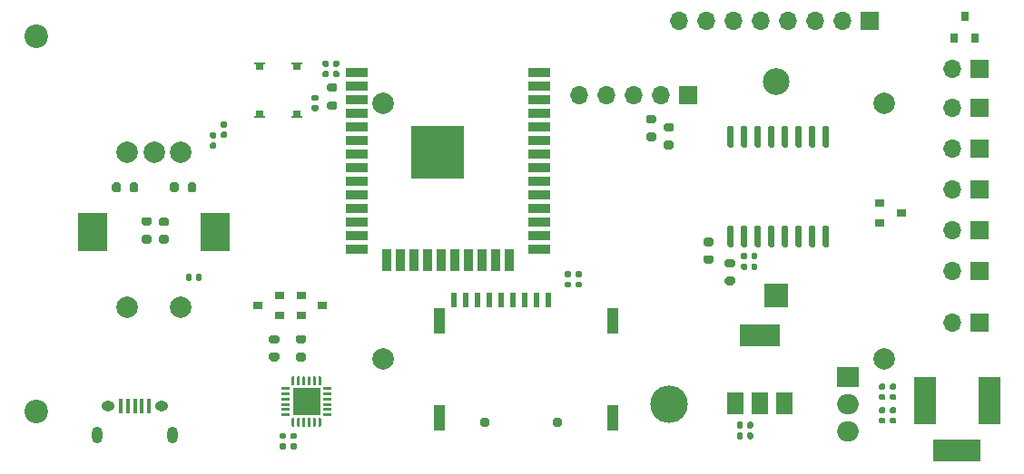
<source format=gbr>
%TF.GenerationSoftware,KiCad,Pcbnew,(5.1.8)-1*%
%TF.CreationDate,2021-03-10T15:17:51+00:00*%
%TF.ProjectId,Project_2_smaller,50726f6a-6563-4745-9f32-5f736d616c6c,rev?*%
%TF.SameCoordinates,Original*%
%TF.FileFunction,Soldermask,Top*%
%TF.FilePolarity,Negative*%
%FSLAX46Y46*%
G04 Gerber Fmt 4.6, Leading zero omitted, Abs format (unit mm)*
G04 Created by KiCad (PCBNEW (5.1.8)-1) date 2021-03-10 15:17:51*
%MOMM*%
%LPD*%
G01*
G04 APERTURE LIST*
%ADD10C,2.200000*%
%ADD11O,1.000000X1.550000*%
%ADD12O,1.250000X0.950000*%
%ADD13R,0.400000X1.350000*%
%ADD14R,4.500000X2.000000*%
%ADD15R,2.000000X4.500000*%
%ADD16O,1.700000X1.700000*%
%ADD17R,1.700000X1.700000*%
%ADD18C,2.000000*%
%ADD19R,0.620000X1.400000*%
%ADD20C,0.950000*%
%ADD21R,1.100000X2.400000*%
%ADD22R,2.170000X2.170000*%
%ADD23C,2.500000*%
%ADD24R,0.900000X0.800000*%
%ADD25R,0.800000X0.900000*%
%ADD26R,2.800000X3.600000*%
%ADD27R,0.700000X0.500000*%
%ADD28R,1.100000X0.200000*%
%ADD29R,2.000000X0.900000*%
%ADD30R,0.900000X2.000000*%
%ADD31R,5.000000X5.000000*%
%ADD32O,3.500000X3.500000*%
%ADD33R,2.000000X1.905000*%
%ADD34O,2.000000X1.905000*%
%ADD35R,2.600000X2.600000*%
%ADD36R,3.800000X2.000000*%
%ADD37R,1.500000X2.000000*%
G04 APERTURE END LIST*
D10*
%TO.C,REF\u002A\u002A*%
X107500000Y-135000000D03*
%TD*%
%TO.C,REF\u002A\u002A*%
X107500000Y-100000000D03*
%TD*%
D11*
%TO.C,J1*%
X120200000Y-137200000D03*
X113200000Y-137200000D03*
D12*
X114200000Y-134500000D03*
X119200000Y-134500000D03*
D13*
X115400000Y-134500000D03*
X116050000Y-134500000D03*
X118000000Y-134500000D03*
X117350000Y-134500000D03*
X116700000Y-134500000D03*
%TD*%
D14*
%TO.C,J2*%
X193400000Y-138700000D03*
D15*
X190400000Y-134000000D03*
X196400000Y-134000000D03*
%TD*%
D16*
%TO.C,J13*%
X158120000Y-105500000D03*
X160660000Y-105500000D03*
X163200000Y-105500000D03*
X165740000Y-105500000D03*
D17*
X168280000Y-105500000D03*
D18*
X139832000Y-106262000D03*
X186568000Y-106262000D03*
X186568000Y-130138000D03*
X139832000Y-130138000D03*
%TD*%
D19*
%TO.C,J3*%
X155280000Y-124580000D03*
X154180000Y-124580000D03*
X153080000Y-124580000D03*
X151980000Y-124580000D03*
X150880000Y-124580000D03*
X149780000Y-124580000D03*
X148680000Y-124580000D03*
X147580000Y-124580000D03*
X146480000Y-124580000D03*
D20*
X149300000Y-136000000D03*
X156100000Y-136000000D03*
D21*
X145100000Y-135580000D03*
X145100000Y-126580000D03*
X161250000Y-126580000D03*
X161250000Y-135580000D03*
%TD*%
%TO.C,R7*%
G36*
G01*
X132475000Y-128675000D02*
X131925000Y-128675000D01*
G75*
G02*
X131725000Y-128475000I0J200000D01*
G01*
X131725000Y-128075000D01*
G75*
G02*
X131925000Y-127875000I200000J0D01*
G01*
X132475000Y-127875000D01*
G75*
G02*
X132675000Y-128075000I0J-200000D01*
G01*
X132675000Y-128475000D01*
G75*
G02*
X132475000Y-128675000I-200000J0D01*
G01*
G37*
G36*
G01*
X132475000Y-130325000D02*
X131925000Y-130325000D01*
G75*
G02*
X131725000Y-130125000I0J200000D01*
G01*
X131725000Y-129725000D01*
G75*
G02*
X131925000Y-129525000I200000J0D01*
G01*
X132475000Y-129525000D01*
G75*
G02*
X132675000Y-129725000I0J-200000D01*
G01*
X132675000Y-130125000D01*
G75*
G02*
X132475000Y-130325000I-200000J0D01*
G01*
G37*
%TD*%
D22*
%TO.C,BT1*%
X176500000Y-124200000D03*
D23*
X176500000Y-104200000D03*
%TD*%
%TO.C,C1*%
G36*
G01*
X134670000Y-102814999D02*
X134330000Y-102814999D01*
G75*
G02*
X134190000Y-102674999I0J140000D01*
G01*
X134190000Y-102394999D01*
G75*
G02*
X134330000Y-102254999I140000J0D01*
G01*
X134670000Y-102254999D01*
G75*
G02*
X134810000Y-102394999I0J-140000D01*
G01*
X134810000Y-102674999D01*
G75*
G02*
X134670000Y-102814999I-140000J0D01*
G01*
G37*
G36*
G01*
X134670000Y-103774999D02*
X134330000Y-103774999D01*
G75*
G02*
X134190000Y-103634999I0J140000D01*
G01*
X134190000Y-103354999D01*
G75*
G02*
X134330000Y-103214999I140000J0D01*
G01*
X134670000Y-103214999D01*
G75*
G02*
X134810000Y-103354999I0J-140000D01*
G01*
X134810000Y-103634999D01*
G75*
G02*
X134670000Y-103774999I-140000J0D01*
G01*
G37*
%TD*%
%TO.C,C2*%
G36*
G01*
X135645001Y-102814999D02*
X135305001Y-102814999D01*
G75*
G02*
X135165001Y-102674999I0J140000D01*
G01*
X135165001Y-102394999D01*
G75*
G02*
X135305001Y-102254999I140000J0D01*
G01*
X135645001Y-102254999D01*
G75*
G02*
X135785001Y-102394999I0J-140000D01*
G01*
X135785001Y-102674999D01*
G75*
G02*
X135645001Y-102814999I-140000J0D01*
G01*
G37*
G36*
G01*
X135645001Y-103774999D02*
X135305001Y-103774999D01*
G75*
G02*
X135165001Y-103634999I0J140000D01*
G01*
X135165001Y-103354999D01*
G75*
G02*
X135305001Y-103214999I140000J0D01*
G01*
X135645001Y-103214999D01*
G75*
G02*
X135785001Y-103354999I0J-140000D01*
G01*
X135785001Y-103634999D01*
G75*
G02*
X135645001Y-103774999I-140000J0D01*
G01*
G37*
%TD*%
%TO.C,C3*%
G36*
G01*
X133670000Y-106000000D02*
X133330000Y-106000000D01*
G75*
G02*
X133190000Y-105860000I0J140000D01*
G01*
X133190000Y-105580000D01*
G75*
G02*
X133330000Y-105440000I140000J0D01*
G01*
X133670000Y-105440000D01*
G75*
G02*
X133810000Y-105580000I0J-140000D01*
G01*
X133810000Y-105860000D01*
G75*
G02*
X133670000Y-106000000I-140000J0D01*
G01*
G37*
G36*
G01*
X133670000Y-106960000D02*
X133330000Y-106960000D01*
G75*
G02*
X133190000Y-106820000I0J140000D01*
G01*
X133190000Y-106540000D01*
G75*
G02*
X133330000Y-106400000I140000J0D01*
G01*
X133670000Y-106400000D01*
G75*
G02*
X133810000Y-106540000I0J-140000D01*
G01*
X133810000Y-106820000D01*
G75*
G02*
X133670000Y-106960000I-140000J0D01*
G01*
G37*
%TD*%
%TO.C,C4*%
G36*
G01*
X131330000Y-137040000D02*
X131670000Y-137040000D01*
G75*
G02*
X131810000Y-137180000I0J-140000D01*
G01*
X131810000Y-137460000D01*
G75*
G02*
X131670000Y-137600000I-140000J0D01*
G01*
X131330000Y-137600000D01*
G75*
G02*
X131190000Y-137460000I0J140000D01*
G01*
X131190000Y-137180000D01*
G75*
G02*
X131330000Y-137040000I140000J0D01*
G01*
G37*
G36*
G01*
X131330000Y-138000000D02*
X131670000Y-138000000D01*
G75*
G02*
X131810000Y-138140000I0J-140000D01*
G01*
X131810000Y-138420000D01*
G75*
G02*
X131670000Y-138560000I-140000J0D01*
G01*
X131330000Y-138560000D01*
G75*
G02*
X131190000Y-138420000I0J140000D01*
G01*
X131190000Y-138140000D01*
G75*
G02*
X131330000Y-138000000I140000J0D01*
G01*
G37*
%TD*%
%TO.C,C5*%
G36*
G01*
X173240000Y-120670000D02*
X173240000Y-120330000D01*
G75*
G02*
X173380000Y-120190000I140000J0D01*
G01*
X173660000Y-120190000D01*
G75*
G02*
X173800000Y-120330000I0J-140000D01*
G01*
X173800000Y-120670000D01*
G75*
G02*
X173660000Y-120810000I-140000J0D01*
G01*
X173380000Y-120810000D01*
G75*
G02*
X173240000Y-120670000I0J140000D01*
G01*
G37*
G36*
G01*
X174200000Y-120670000D02*
X174200000Y-120330000D01*
G75*
G02*
X174340000Y-120190000I140000J0D01*
G01*
X174620000Y-120190000D01*
G75*
G02*
X174760000Y-120330000I0J-140000D01*
G01*
X174760000Y-120670000D01*
G75*
G02*
X174620000Y-120810000I-140000J0D01*
G01*
X174340000Y-120810000D01*
G75*
G02*
X174200000Y-120670000I0J140000D01*
G01*
G37*
%TD*%
%TO.C,C6*%
G36*
G01*
X130330000Y-138000000D02*
X130670000Y-138000000D01*
G75*
G02*
X130810000Y-138140000I0J-140000D01*
G01*
X130810000Y-138420000D01*
G75*
G02*
X130670000Y-138560000I-140000J0D01*
G01*
X130330000Y-138560000D01*
G75*
G02*
X130190000Y-138420000I0J140000D01*
G01*
X130190000Y-138140000D01*
G75*
G02*
X130330000Y-138000000I140000J0D01*
G01*
G37*
G36*
G01*
X130330000Y-137040000D02*
X130670000Y-137040000D01*
G75*
G02*
X130810000Y-137180000I0J-140000D01*
G01*
X130810000Y-137460000D01*
G75*
G02*
X130670000Y-137600000I-140000J0D01*
G01*
X130330000Y-137600000D01*
G75*
G02*
X130190000Y-137460000I0J140000D01*
G01*
X130190000Y-137180000D01*
G75*
G02*
X130330000Y-137040000I140000J0D01*
G01*
G37*
%TD*%
%TO.C,C7*%
G36*
G01*
X174200000Y-121670000D02*
X174200000Y-121330000D01*
G75*
G02*
X174340000Y-121190000I140000J0D01*
G01*
X174620000Y-121190000D01*
G75*
G02*
X174760000Y-121330000I0J-140000D01*
G01*
X174760000Y-121670000D01*
G75*
G02*
X174620000Y-121810000I-140000J0D01*
G01*
X174340000Y-121810000D01*
G75*
G02*
X174200000Y-121670000I0J140000D01*
G01*
G37*
G36*
G01*
X173240000Y-121670000D02*
X173240000Y-121330000D01*
G75*
G02*
X173380000Y-121190000I140000J0D01*
G01*
X173660000Y-121190000D01*
G75*
G02*
X173800000Y-121330000I0J-140000D01*
G01*
X173800000Y-121670000D01*
G75*
G02*
X173660000Y-121810000I-140000J0D01*
G01*
X173380000Y-121810000D01*
G75*
G02*
X173240000Y-121670000I0J140000D01*
G01*
G37*
%TD*%
%TO.C,C8*%
G36*
G01*
X187230000Y-133400000D02*
X187570000Y-133400000D01*
G75*
G02*
X187710000Y-133540000I0J-140000D01*
G01*
X187710000Y-133820000D01*
G75*
G02*
X187570000Y-133960000I-140000J0D01*
G01*
X187230000Y-133960000D01*
G75*
G02*
X187090000Y-133820000I0J140000D01*
G01*
X187090000Y-133540000D01*
G75*
G02*
X187230000Y-133400000I140000J0D01*
G01*
G37*
G36*
G01*
X187230000Y-132440000D02*
X187570000Y-132440000D01*
G75*
G02*
X187710000Y-132580000I0J-140000D01*
G01*
X187710000Y-132860000D01*
G75*
G02*
X187570000Y-133000000I-140000J0D01*
G01*
X187230000Y-133000000D01*
G75*
G02*
X187090000Y-132860000I0J140000D01*
G01*
X187090000Y-132580000D01*
G75*
G02*
X187230000Y-132440000I140000J0D01*
G01*
G37*
%TD*%
%TO.C,C9*%
G36*
G01*
X186230000Y-133400000D02*
X186570000Y-133400000D01*
G75*
G02*
X186710000Y-133540000I0J-140000D01*
G01*
X186710000Y-133820000D01*
G75*
G02*
X186570000Y-133960000I-140000J0D01*
G01*
X186230000Y-133960000D01*
G75*
G02*
X186090000Y-133820000I0J140000D01*
G01*
X186090000Y-133540000D01*
G75*
G02*
X186230000Y-133400000I140000J0D01*
G01*
G37*
G36*
G01*
X186230000Y-132440000D02*
X186570000Y-132440000D01*
G75*
G02*
X186710000Y-132580000I0J-140000D01*
G01*
X186710000Y-132860000D01*
G75*
G02*
X186570000Y-133000000I-140000J0D01*
G01*
X186230000Y-133000000D01*
G75*
G02*
X186090000Y-132860000I0J140000D01*
G01*
X186090000Y-132580000D01*
G75*
G02*
X186230000Y-132440000I140000J0D01*
G01*
G37*
%TD*%
%TO.C,C10*%
G36*
G01*
X187570000Y-135200000D02*
X187230000Y-135200000D01*
G75*
G02*
X187090000Y-135060000I0J140000D01*
G01*
X187090000Y-134780000D01*
G75*
G02*
X187230000Y-134640000I140000J0D01*
G01*
X187570000Y-134640000D01*
G75*
G02*
X187710000Y-134780000I0J-140000D01*
G01*
X187710000Y-135060000D01*
G75*
G02*
X187570000Y-135200000I-140000J0D01*
G01*
G37*
G36*
G01*
X187570000Y-136160000D02*
X187230000Y-136160000D01*
G75*
G02*
X187090000Y-136020000I0J140000D01*
G01*
X187090000Y-135740000D01*
G75*
G02*
X187230000Y-135600000I140000J0D01*
G01*
X187570000Y-135600000D01*
G75*
G02*
X187710000Y-135740000I0J-140000D01*
G01*
X187710000Y-136020000D01*
G75*
G02*
X187570000Y-136160000I-140000J0D01*
G01*
G37*
%TD*%
%TO.C,C11*%
G36*
G01*
X186570000Y-136160000D02*
X186230000Y-136160000D01*
G75*
G02*
X186090000Y-136020000I0J140000D01*
G01*
X186090000Y-135740000D01*
G75*
G02*
X186230000Y-135600000I140000J0D01*
G01*
X186570000Y-135600000D01*
G75*
G02*
X186710000Y-135740000I0J-140000D01*
G01*
X186710000Y-136020000D01*
G75*
G02*
X186570000Y-136160000I-140000J0D01*
G01*
G37*
G36*
G01*
X186570000Y-135200000D02*
X186230000Y-135200000D01*
G75*
G02*
X186090000Y-135060000I0J140000D01*
G01*
X186090000Y-134780000D01*
G75*
G02*
X186230000Y-134640000I140000J0D01*
G01*
X186570000Y-134640000D01*
G75*
G02*
X186710000Y-134780000I0J-140000D01*
G01*
X186710000Y-135060000D01*
G75*
G02*
X186570000Y-135200000I-140000J0D01*
G01*
G37*
%TD*%
%TO.C,C12*%
G36*
G01*
X158270000Y-123460000D02*
X157930000Y-123460000D01*
G75*
G02*
X157790000Y-123320000I0J140000D01*
G01*
X157790000Y-123040000D01*
G75*
G02*
X157930000Y-122900000I140000J0D01*
G01*
X158270000Y-122900000D01*
G75*
G02*
X158410000Y-123040000I0J-140000D01*
G01*
X158410000Y-123320000D01*
G75*
G02*
X158270000Y-123460000I-140000J0D01*
G01*
G37*
G36*
G01*
X158270000Y-122500000D02*
X157930000Y-122500000D01*
G75*
G02*
X157790000Y-122360000I0J140000D01*
G01*
X157790000Y-122080000D01*
G75*
G02*
X157930000Y-121940000I140000J0D01*
G01*
X158270000Y-121940000D01*
G75*
G02*
X158410000Y-122080000I0J-140000D01*
G01*
X158410000Y-122360000D01*
G75*
G02*
X158270000Y-122500000I-140000J0D01*
G01*
G37*
%TD*%
%TO.C,C13*%
G36*
G01*
X157255001Y-122500000D02*
X156915001Y-122500000D01*
G75*
G02*
X156775001Y-122360000I0J140000D01*
G01*
X156775001Y-122080000D01*
G75*
G02*
X156915001Y-121940000I140000J0D01*
G01*
X157255001Y-121940000D01*
G75*
G02*
X157395001Y-122080000I0J-140000D01*
G01*
X157395001Y-122360000D01*
G75*
G02*
X157255001Y-122500000I-140000J0D01*
G01*
G37*
G36*
G01*
X157255001Y-123460000D02*
X156915001Y-123460000D01*
G75*
G02*
X156775001Y-123320000I0J140000D01*
G01*
X156775001Y-123040000D01*
G75*
G02*
X156915001Y-122900000I140000J0D01*
G01*
X157255001Y-122900000D01*
G75*
G02*
X157395001Y-123040000I0J-140000D01*
G01*
X157395001Y-123320000D01*
G75*
G02*
X157255001Y-123460000I-140000J0D01*
G01*
G37*
%TD*%
%TO.C,C14*%
G36*
G01*
X174360000Y-136130000D02*
X174360000Y-136470000D01*
G75*
G02*
X174220000Y-136610000I-140000J0D01*
G01*
X173940000Y-136610000D01*
G75*
G02*
X173800000Y-136470000I0J140000D01*
G01*
X173800000Y-136130000D01*
G75*
G02*
X173940000Y-135990000I140000J0D01*
G01*
X174220000Y-135990000D01*
G75*
G02*
X174360000Y-136130000I0J-140000D01*
G01*
G37*
G36*
G01*
X173400000Y-136130000D02*
X173400000Y-136470000D01*
G75*
G02*
X173260000Y-136610000I-140000J0D01*
G01*
X172980000Y-136610000D01*
G75*
G02*
X172840000Y-136470000I0J140000D01*
G01*
X172840000Y-136130000D01*
G75*
G02*
X172980000Y-135990000I140000J0D01*
G01*
X173260000Y-135990000D01*
G75*
G02*
X173400000Y-136130000I0J-140000D01*
G01*
G37*
%TD*%
%TO.C,C15*%
G36*
G01*
X173400000Y-137130000D02*
X173400000Y-137470000D01*
G75*
G02*
X173260000Y-137610000I-140000J0D01*
G01*
X172980000Y-137610000D01*
G75*
G02*
X172840000Y-137470000I0J140000D01*
G01*
X172840000Y-137130000D01*
G75*
G02*
X172980000Y-136990000I140000J0D01*
G01*
X173260000Y-136990000D01*
G75*
G02*
X173400000Y-137130000I0J-140000D01*
G01*
G37*
G36*
G01*
X174360000Y-137130000D02*
X174360000Y-137470000D01*
G75*
G02*
X174220000Y-137610000I-140000J0D01*
G01*
X173940000Y-137610000D01*
G75*
G02*
X173800000Y-137470000I0J140000D01*
G01*
X173800000Y-137130000D01*
G75*
G02*
X173940000Y-136990000I140000J0D01*
G01*
X174220000Y-136990000D01*
G75*
G02*
X174360000Y-137130000I0J-140000D01*
G01*
G37*
%TD*%
%TO.C,C16*%
G36*
G01*
X124170000Y-110460000D02*
X123830000Y-110460000D01*
G75*
G02*
X123690000Y-110320000I0J140000D01*
G01*
X123690000Y-110040000D01*
G75*
G02*
X123830000Y-109900000I140000J0D01*
G01*
X124170000Y-109900000D01*
G75*
G02*
X124310000Y-110040000I0J-140000D01*
G01*
X124310000Y-110320000D01*
G75*
G02*
X124170000Y-110460000I-140000J0D01*
G01*
G37*
G36*
G01*
X124170000Y-109500000D02*
X123830000Y-109500000D01*
G75*
G02*
X123690000Y-109360000I0J140000D01*
G01*
X123690000Y-109080000D01*
G75*
G02*
X123830000Y-108940000I140000J0D01*
G01*
X124170000Y-108940000D01*
G75*
G02*
X124310000Y-109080000I0J-140000D01*
G01*
X124310000Y-109360000D01*
G75*
G02*
X124170000Y-109500000I-140000J0D01*
G01*
G37*
%TD*%
%TO.C,C17*%
G36*
G01*
X124830000Y-108900000D02*
X125170000Y-108900000D01*
G75*
G02*
X125310000Y-109040000I0J-140000D01*
G01*
X125310000Y-109320000D01*
G75*
G02*
X125170000Y-109460000I-140000J0D01*
G01*
X124830000Y-109460000D01*
G75*
G02*
X124690000Y-109320000I0J140000D01*
G01*
X124690000Y-109040000D01*
G75*
G02*
X124830000Y-108900000I140000J0D01*
G01*
G37*
G36*
G01*
X124830000Y-107940000D02*
X125170000Y-107940000D01*
G75*
G02*
X125310000Y-108080000I0J-140000D01*
G01*
X125310000Y-108360000D01*
G75*
G02*
X125170000Y-108500000I-140000J0D01*
G01*
X124830000Y-108500000D01*
G75*
G02*
X124690000Y-108360000I0J140000D01*
G01*
X124690000Y-108080000D01*
G75*
G02*
X124830000Y-107940000I140000J0D01*
G01*
G37*
%TD*%
%TO.C,C18*%
G36*
G01*
X121440000Y-122670000D02*
X121440000Y-122330000D01*
G75*
G02*
X121580000Y-122190000I140000J0D01*
G01*
X121860000Y-122190000D01*
G75*
G02*
X122000000Y-122330000I0J-140000D01*
G01*
X122000000Y-122670000D01*
G75*
G02*
X121860000Y-122810000I-140000J0D01*
G01*
X121580000Y-122810000D01*
G75*
G02*
X121440000Y-122670000I0J140000D01*
G01*
G37*
G36*
G01*
X122400000Y-122670000D02*
X122400000Y-122330000D01*
G75*
G02*
X122540000Y-122190000I140000J0D01*
G01*
X122820000Y-122190000D01*
G75*
G02*
X122960000Y-122330000I0J-140000D01*
G01*
X122960000Y-122670000D01*
G75*
G02*
X122820000Y-122810000I-140000J0D01*
G01*
X122540000Y-122810000D01*
G75*
G02*
X122400000Y-122670000I0J140000D01*
G01*
G37*
%TD*%
D24*
%TO.C,D1*%
X188200000Y-116500000D03*
X186200000Y-117450000D03*
X186200000Y-115550000D03*
%TD*%
D25*
%TO.C,D2*%
X193150000Y-100100000D03*
X195050000Y-100100000D03*
X194100000Y-98100000D03*
%TD*%
D17*
%TO.C,J5*%
X185200000Y-98500000D03*
D16*
X182660000Y-98500000D03*
X180120000Y-98500000D03*
X177580000Y-98500000D03*
X175040000Y-98500000D03*
X172500000Y-98500000D03*
X169960000Y-98500000D03*
X167420000Y-98500000D03*
%TD*%
D17*
%TO.C,J6*%
X195500000Y-126700000D03*
D16*
X192960000Y-126700000D03*
%TD*%
D17*
%TO.C,J7*%
X195500000Y-121900000D03*
D16*
X192960000Y-121900000D03*
%TD*%
%TO.C,J8*%
X192960000Y-118100000D03*
D17*
X195500000Y-118100000D03*
%TD*%
%TO.C,J9*%
X195500000Y-114300000D03*
D16*
X192960000Y-114300000D03*
%TD*%
D17*
%TO.C,J10*%
X195500000Y-110500000D03*
D16*
X192960000Y-110500000D03*
%TD*%
%TO.C,J11*%
X192960000Y-106700000D03*
D17*
X195500000Y-106700000D03*
%TD*%
D16*
%TO.C,J12*%
X192960000Y-103000000D03*
D17*
X195500000Y-103000000D03*
%TD*%
D24*
%TO.C,Q1*%
X128200000Y-125100000D03*
X130200000Y-124150000D03*
X130200000Y-126050000D03*
%TD*%
%TO.C,Q2*%
X132200000Y-124150000D03*
X132200000Y-126050000D03*
X134200000Y-125100000D03*
%TD*%
%TO.C,R1*%
G36*
G01*
X135375000Y-106825000D02*
X134825000Y-106825000D01*
G75*
G02*
X134625000Y-106625000I0J200000D01*
G01*
X134625000Y-106225000D01*
G75*
G02*
X134825000Y-106025000I200000J0D01*
G01*
X135375000Y-106025000D01*
G75*
G02*
X135575000Y-106225000I0J-200000D01*
G01*
X135575000Y-106625000D01*
G75*
G02*
X135375000Y-106825000I-200000J0D01*
G01*
G37*
G36*
G01*
X135375000Y-105175000D02*
X134825000Y-105175000D01*
G75*
G02*
X134625000Y-104975000I0J200000D01*
G01*
X134625000Y-104575000D01*
G75*
G02*
X134825000Y-104375000I200000J0D01*
G01*
X135375000Y-104375000D01*
G75*
G02*
X135575000Y-104575000I0J-200000D01*
G01*
X135575000Y-104975000D01*
G75*
G02*
X135375000Y-105175000I-200000J0D01*
G01*
G37*
%TD*%
%TO.C,R2*%
G36*
G01*
X172475000Y-123225000D02*
X171925000Y-123225000D01*
G75*
G02*
X171725000Y-123025000I0J200000D01*
G01*
X171725000Y-122625000D01*
G75*
G02*
X171925000Y-122425000I200000J0D01*
G01*
X172475000Y-122425000D01*
G75*
G02*
X172675000Y-122625000I0J-200000D01*
G01*
X172675000Y-123025000D01*
G75*
G02*
X172475000Y-123225000I-200000J0D01*
G01*
G37*
G36*
G01*
X172475000Y-121575000D02*
X171925000Y-121575000D01*
G75*
G02*
X171725000Y-121375000I0J200000D01*
G01*
X171725000Y-120975000D01*
G75*
G02*
X171925000Y-120775000I200000J0D01*
G01*
X172475000Y-120775000D01*
G75*
G02*
X172675000Y-120975000I0J-200000D01*
G01*
X172675000Y-121375000D01*
G75*
G02*
X172475000Y-121575000I-200000J0D01*
G01*
G37*
%TD*%
%TO.C,R3*%
G36*
G01*
X169925000Y-120425000D02*
X170475000Y-120425000D01*
G75*
G02*
X170675000Y-120625000I0J-200000D01*
G01*
X170675000Y-121025000D01*
G75*
G02*
X170475000Y-121225000I-200000J0D01*
G01*
X169925000Y-121225000D01*
G75*
G02*
X169725000Y-121025000I0J200000D01*
G01*
X169725000Y-120625000D01*
G75*
G02*
X169925000Y-120425000I200000J0D01*
G01*
G37*
G36*
G01*
X169925000Y-118775000D02*
X170475000Y-118775000D01*
G75*
G02*
X170675000Y-118975000I0J-200000D01*
G01*
X170675000Y-119375000D01*
G75*
G02*
X170475000Y-119575000I-200000J0D01*
G01*
X169925000Y-119575000D01*
G75*
G02*
X169725000Y-119375000I0J200000D01*
G01*
X169725000Y-118975000D01*
G75*
G02*
X169925000Y-118775000I200000J0D01*
G01*
G37*
%TD*%
%TO.C,R4*%
G36*
G01*
X166775000Y-108875000D02*
X166225000Y-108875000D01*
G75*
G02*
X166025000Y-108675000I0J200000D01*
G01*
X166025000Y-108275000D01*
G75*
G02*
X166225000Y-108075000I200000J0D01*
G01*
X166775000Y-108075000D01*
G75*
G02*
X166975000Y-108275000I0J-200000D01*
G01*
X166975000Y-108675000D01*
G75*
G02*
X166775000Y-108875000I-200000J0D01*
G01*
G37*
G36*
G01*
X166775000Y-110525000D02*
X166225000Y-110525000D01*
G75*
G02*
X166025000Y-110325000I0J200000D01*
G01*
X166025000Y-109925000D01*
G75*
G02*
X166225000Y-109725000I200000J0D01*
G01*
X166775000Y-109725000D01*
G75*
G02*
X166975000Y-109925000I0J-200000D01*
G01*
X166975000Y-110325000D01*
G75*
G02*
X166775000Y-110525000I-200000J0D01*
G01*
G37*
%TD*%
%TO.C,R5*%
G36*
G01*
X165125000Y-108125000D02*
X164575000Y-108125000D01*
G75*
G02*
X164375000Y-107925000I0J200000D01*
G01*
X164375000Y-107525000D01*
G75*
G02*
X164575000Y-107325000I200000J0D01*
G01*
X165125000Y-107325000D01*
G75*
G02*
X165325000Y-107525000I0J-200000D01*
G01*
X165325000Y-107925000D01*
G75*
G02*
X165125000Y-108125000I-200000J0D01*
G01*
G37*
G36*
G01*
X165125000Y-109775000D02*
X164575000Y-109775000D01*
G75*
G02*
X164375000Y-109575000I0J200000D01*
G01*
X164375000Y-109175000D01*
G75*
G02*
X164575000Y-108975000I200000J0D01*
G01*
X165125000Y-108975000D01*
G75*
G02*
X165325000Y-109175000I0J-200000D01*
G01*
X165325000Y-109575000D01*
G75*
G02*
X165125000Y-109775000I-200000J0D01*
G01*
G37*
%TD*%
%TO.C,R6*%
G36*
G01*
X129975000Y-130325000D02*
X129425000Y-130325000D01*
G75*
G02*
X129225000Y-130125000I0J200000D01*
G01*
X129225000Y-129725000D01*
G75*
G02*
X129425000Y-129525000I200000J0D01*
G01*
X129975000Y-129525000D01*
G75*
G02*
X130175000Y-129725000I0J-200000D01*
G01*
X130175000Y-130125000D01*
G75*
G02*
X129975000Y-130325000I-200000J0D01*
G01*
G37*
G36*
G01*
X129975000Y-128675000D02*
X129425000Y-128675000D01*
G75*
G02*
X129225000Y-128475000I0J200000D01*
G01*
X129225000Y-128075000D01*
G75*
G02*
X129425000Y-127875000I200000J0D01*
G01*
X129975000Y-127875000D01*
G75*
G02*
X130175000Y-128075000I0J-200000D01*
G01*
X130175000Y-128475000D01*
G75*
G02*
X129975000Y-128675000I-200000J0D01*
G01*
G37*
%TD*%
%TO.C,R8*%
G36*
G01*
X116225000Y-114375000D02*
X116225000Y-113825000D01*
G75*
G02*
X116425000Y-113625000I200000J0D01*
G01*
X116825000Y-113625000D01*
G75*
G02*
X117025000Y-113825000I0J-200000D01*
G01*
X117025000Y-114375000D01*
G75*
G02*
X116825000Y-114575000I-200000J0D01*
G01*
X116425000Y-114575000D01*
G75*
G02*
X116225000Y-114375000I0J200000D01*
G01*
G37*
G36*
G01*
X114575000Y-114375000D02*
X114575000Y-113825000D01*
G75*
G02*
X114775000Y-113625000I200000J0D01*
G01*
X115175000Y-113625000D01*
G75*
G02*
X115375000Y-113825000I0J-200000D01*
G01*
X115375000Y-114375000D01*
G75*
G02*
X115175000Y-114575000I-200000J0D01*
G01*
X114775000Y-114575000D01*
G75*
G02*
X114575000Y-114375000I0J200000D01*
G01*
G37*
%TD*%
%TO.C,R9*%
G36*
G01*
X120775000Y-113825000D02*
X120775000Y-114375000D01*
G75*
G02*
X120575000Y-114575000I-200000J0D01*
G01*
X120175000Y-114575000D01*
G75*
G02*
X119975000Y-114375000I0J200000D01*
G01*
X119975000Y-113825000D01*
G75*
G02*
X120175000Y-113625000I200000J0D01*
G01*
X120575000Y-113625000D01*
G75*
G02*
X120775000Y-113825000I0J-200000D01*
G01*
G37*
G36*
G01*
X122425000Y-113825000D02*
X122425000Y-114375000D01*
G75*
G02*
X122225000Y-114575000I-200000J0D01*
G01*
X121825000Y-114575000D01*
G75*
G02*
X121625000Y-114375000I0J200000D01*
G01*
X121625000Y-113825000D01*
G75*
G02*
X121825000Y-113625000I200000J0D01*
G01*
X122225000Y-113625000D01*
G75*
G02*
X122425000Y-113825000I0J-200000D01*
G01*
G37*
%TD*%
%TO.C,R10*%
G36*
G01*
X118075000Y-117675000D02*
X117525000Y-117675000D01*
G75*
G02*
X117325000Y-117475000I0J200000D01*
G01*
X117325000Y-117075000D01*
G75*
G02*
X117525000Y-116875000I200000J0D01*
G01*
X118075000Y-116875000D01*
G75*
G02*
X118275000Y-117075000I0J-200000D01*
G01*
X118275000Y-117475000D01*
G75*
G02*
X118075000Y-117675000I-200000J0D01*
G01*
G37*
G36*
G01*
X118075000Y-119325000D02*
X117525000Y-119325000D01*
G75*
G02*
X117325000Y-119125000I0J200000D01*
G01*
X117325000Y-118725000D01*
G75*
G02*
X117525000Y-118525000I200000J0D01*
G01*
X118075000Y-118525000D01*
G75*
G02*
X118275000Y-118725000I0J-200000D01*
G01*
X118275000Y-119125000D01*
G75*
G02*
X118075000Y-119325000I-200000J0D01*
G01*
G37*
%TD*%
%TO.C,R11*%
G36*
G01*
X119675000Y-117700000D02*
X119125000Y-117700000D01*
G75*
G02*
X118925000Y-117500000I0J200000D01*
G01*
X118925000Y-117100000D01*
G75*
G02*
X119125000Y-116900000I200000J0D01*
G01*
X119675000Y-116900000D01*
G75*
G02*
X119875000Y-117100000I0J-200000D01*
G01*
X119875000Y-117500000D01*
G75*
G02*
X119675000Y-117700000I-200000J0D01*
G01*
G37*
G36*
G01*
X119675000Y-119350000D02*
X119125000Y-119350000D01*
G75*
G02*
X118925000Y-119150000I0J200000D01*
G01*
X118925000Y-118750000D01*
G75*
G02*
X119125000Y-118550000I200000J0D01*
G01*
X119675000Y-118550000D01*
G75*
G02*
X119875000Y-118750000I0J-200000D01*
G01*
X119875000Y-119150000D01*
G75*
G02*
X119675000Y-119350000I-200000J0D01*
G01*
G37*
%TD*%
D18*
%TO.C,S1*%
X121000000Y-110800000D03*
X118500000Y-110800000D03*
X116000000Y-110800000D03*
X121000000Y-125300000D03*
X116000000Y-125300000D03*
D26*
X124200000Y-118300000D03*
X112800000Y-118300000D03*
%TD*%
D27*
%TO.C,SW1*%
X128350000Y-107125000D03*
X128350000Y-102875000D03*
X131850000Y-107125000D03*
X131850000Y-102875000D03*
D28*
X131850000Y-107475000D03*
X128350000Y-102525000D03*
X128350000Y-107475000D03*
X131850000Y-102525000D03*
%TD*%
D29*
%TO.C,U1*%
X154400000Y-103345000D03*
X154400000Y-104615000D03*
X154400000Y-105885000D03*
X154400000Y-107155000D03*
X154400000Y-108425000D03*
X154400000Y-109695000D03*
X154400000Y-110965000D03*
X154400000Y-112235000D03*
X154400000Y-113505000D03*
X154400000Y-114775000D03*
X154400000Y-116045000D03*
X154400000Y-117315000D03*
X154400000Y-118585000D03*
X154400000Y-119855000D03*
D30*
X151615000Y-120855000D03*
X150345000Y-120855000D03*
X149075000Y-120855000D03*
X147805000Y-120855000D03*
X146535000Y-120855000D03*
X145265000Y-120855000D03*
X143995000Y-120855000D03*
X142725000Y-120855000D03*
X141455000Y-120855000D03*
X140185000Y-120855000D03*
D29*
X137400000Y-119855000D03*
X137400000Y-118585000D03*
X137400000Y-117315000D03*
X137400000Y-116045000D03*
X137400000Y-114775000D03*
X137400000Y-113505000D03*
X137400000Y-112235000D03*
X137400000Y-110965000D03*
X137400000Y-109695000D03*
X137400000Y-108425000D03*
X137400000Y-107155000D03*
X137400000Y-105885000D03*
X137400000Y-104615000D03*
X137400000Y-103345000D03*
D31*
X144900000Y-110845000D03*
%TD*%
D32*
%TO.C,U2*%
X166540000Y-134340000D03*
D33*
X183200000Y-131800000D03*
D34*
X183200000Y-134340000D03*
X183200000Y-136880000D03*
%TD*%
%TO.C,U3*%
G36*
G01*
X172405000Y-119675000D02*
X172105000Y-119675000D01*
G75*
G02*
X171955000Y-119525000I0J150000D01*
G01*
X171955000Y-117775000D01*
G75*
G02*
X172105000Y-117625000I150000J0D01*
G01*
X172405000Y-117625000D01*
G75*
G02*
X172555000Y-117775000I0J-150000D01*
G01*
X172555000Y-119525000D01*
G75*
G02*
X172405000Y-119675000I-150000J0D01*
G01*
G37*
G36*
G01*
X173675000Y-119675000D02*
X173375000Y-119675000D01*
G75*
G02*
X173225000Y-119525000I0J150000D01*
G01*
X173225000Y-117775000D01*
G75*
G02*
X173375000Y-117625000I150000J0D01*
G01*
X173675000Y-117625000D01*
G75*
G02*
X173825000Y-117775000I0J-150000D01*
G01*
X173825000Y-119525000D01*
G75*
G02*
X173675000Y-119675000I-150000J0D01*
G01*
G37*
G36*
G01*
X174945000Y-119675000D02*
X174645000Y-119675000D01*
G75*
G02*
X174495000Y-119525000I0J150000D01*
G01*
X174495000Y-117775000D01*
G75*
G02*
X174645000Y-117625000I150000J0D01*
G01*
X174945000Y-117625000D01*
G75*
G02*
X175095000Y-117775000I0J-150000D01*
G01*
X175095000Y-119525000D01*
G75*
G02*
X174945000Y-119675000I-150000J0D01*
G01*
G37*
G36*
G01*
X176215000Y-119675000D02*
X175915000Y-119675000D01*
G75*
G02*
X175765000Y-119525000I0J150000D01*
G01*
X175765000Y-117775000D01*
G75*
G02*
X175915000Y-117625000I150000J0D01*
G01*
X176215000Y-117625000D01*
G75*
G02*
X176365000Y-117775000I0J-150000D01*
G01*
X176365000Y-119525000D01*
G75*
G02*
X176215000Y-119675000I-150000J0D01*
G01*
G37*
G36*
G01*
X177485000Y-119675000D02*
X177185000Y-119675000D01*
G75*
G02*
X177035000Y-119525000I0J150000D01*
G01*
X177035000Y-117775000D01*
G75*
G02*
X177185000Y-117625000I150000J0D01*
G01*
X177485000Y-117625000D01*
G75*
G02*
X177635000Y-117775000I0J-150000D01*
G01*
X177635000Y-119525000D01*
G75*
G02*
X177485000Y-119675000I-150000J0D01*
G01*
G37*
G36*
G01*
X178755000Y-119675000D02*
X178455000Y-119675000D01*
G75*
G02*
X178305000Y-119525000I0J150000D01*
G01*
X178305000Y-117775000D01*
G75*
G02*
X178455000Y-117625000I150000J0D01*
G01*
X178755000Y-117625000D01*
G75*
G02*
X178905000Y-117775000I0J-150000D01*
G01*
X178905000Y-119525000D01*
G75*
G02*
X178755000Y-119675000I-150000J0D01*
G01*
G37*
G36*
G01*
X180025000Y-119675000D02*
X179725000Y-119675000D01*
G75*
G02*
X179575000Y-119525000I0J150000D01*
G01*
X179575000Y-117775000D01*
G75*
G02*
X179725000Y-117625000I150000J0D01*
G01*
X180025000Y-117625000D01*
G75*
G02*
X180175000Y-117775000I0J-150000D01*
G01*
X180175000Y-119525000D01*
G75*
G02*
X180025000Y-119675000I-150000J0D01*
G01*
G37*
G36*
G01*
X181295000Y-119675000D02*
X180995000Y-119675000D01*
G75*
G02*
X180845000Y-119525000I0J150000D01*
G01*
X180845000Y-117775000D01*
G75*
G02*
X180995000Y-117625000I150000J0D01*
G01*
X181295000Y-117625000D01*
G75*
G02*
X181445000Y-117775000I0J-150000D01*
G01*
X181445000Y-119525000D01*
G75*
G02*
X181295000Y-119675000I-150000J0D01*
G01*
G37*
G36*
G01*
X181295000Y-110375000D02*
X180995000Y-110375000D01*
G75*
G02*
X180845000Y-110225000I0J150000D01*
G01*
X180845000Y-108475000D01*
G75*
G02*
X180995000Y-108325000I150000J0D01*
G01*
X181295000Y-108325000D01*
G75*
G02*
X181445000Y-108475000I0J-150000D01*
G01*
X181445000Y-110225000D01*
G75*
G02*
X181295000Y-110375000I-150000J0D01*
G01*
G37*
G36*
G01*
X180025000Y-110375000D02*
X179725000Y-110375000D01*
G75*
G02*
X179575000Y-110225000I0J150000D01*
G01*
X179575000Y-108475000D01*
G75*
G02*
X179725000Y-108325000I150000J0D01*
G01*
X180025000Y-108325000D01*
G75*
G02*
X180175000Y-108475000I0J-150000D01*
G01*
X180175000Y-110225000D01*
G75*
G02*
X180025000Y-110375000I-150000J0D01*
G01*
G37*
G36*
G01*
X178755000Y-110375000D02*
X178455000Y-110375000D01*
G75*
G02*
X178305000Y-110225000I0J150000D01*
G01*
X178305000Y-108475000D01*
G75*
G02*
X178455000Y-108325000I150000J0D01*
G01*
X178755000Y-108325000D01*
G75*
G02*
X178905000Y-108475000I0J-150000D01*
G01*
X178905000Y-110225000D01*
G75*
G02*
X178755000Y-110375000I-150000J0D01*
G01*
G37*
G36*
G01*
X177485000Y-110375000D02*
X177185000Y-110375000D01*
G75*
G02*
X177035000Y-110225000I0J150000D01*
G01*
X177035000Y-108475000D01*
G75*
G02*
X177185000Y-108325000I150000J0D01*
G01*
X177485000Y-108325000D01*
G75*
G02*
X177635000Y-108475000I0J-150000D01*
G01*
X177635000Y-110225000D01*
G75*
G02*
X177485000Y-110375000I-150000J0D01*
G01*
G37*
G36*
G01*
X176215000Y-110375000D02*
X175915000Y-110375000D01*
G75*
G02*
X175765000Y-110225000I0J150000D01*
G01*
X175765000Y-108475000D01*
G75*
G02*
X175915000Y-108325000I150000J0D01*
G01*
X176215000Y-108325000D01*
G75*
G02*
X176365000Y-108475000I0J-150000D01*
G01*
X176365000Y-110225000D01*
G75*
G02*
X176215000Y-110375000I-150000J0D01*
G01*
G37*
G36*
G01*
X174945000Y-110375000D02*
X174645000Y-110375000D01*
G75*
G02*
X174495000Y-110225000I0J150000D01*
G01*
X174495000Y-108475000D01*
G75*
G02*
X174645000Y-108325000I150000J0D01*
G01*
X174945000Y-108325000D01*
G75*
G02*
X175095000Y-108475000I0J-150000D01*
G01*
X175095000Y-110225000D01*
G75*
G02*
X174945000Y-110375000I-150000J0D01*
G01*
G37*
G36*
G01*
X173675000Y-110375000D02*
X173375000Y-110375000D01*
G75*
G02*
X173225000Y-110225000I0J150000D01*
G01*
X173225000Y-108475000D01*
G75*
G02*
X173375000Y-108325000I150000J0D01*
G01*
X173675000Y-108325000D01*
G75*
G02*
X173825000Y-108475000I0J-150000D01*
G01*
X173825000Y-110225000D01*
G75*
G02*
X173675000Y-110375000I-150000J0D01*
G01*
G37*
G36*
G01*
X172405000Y-110375000D02*
X172105000Y-110375000D01*
G75*
G02*
X171955000Y-110225000I0J150000D01*
G01*
X171955000Y-108475000D01*
G75*
G02*
X172105000Y-108325000I150000J0D01*
G01*
X172405000Y-108325000D01*
G75*
G02*
X172555000Y-108475000I0J-150000D01*
G01*
X172555000Y-110225000D01*
G75*
G02*
X172405000Y-110375000I-150000J0D01*
G01*
G37*
%TD*%
D35*
%TO.C,U4*%
X132700000Y-134100000D03*
G36*
G01*
X131325000Y-132512500D02*
X131325000Y-131812500D01*
G75*
G02*
X131387500Y-131750000I62500J0D01*
G01*
X131512500Y-131750000D01*
G75*
G02*
X131575000Y-131812500I0J-62500D01*
G01*
X131575000Y-132512500D01*
G75*
G02*
X131512500Y-132575000I-62500J0D01*
G01*
X131387500Y-132575000D01*
G75*
G02*
X131325000Y-132512500I0J62500D01*
G01*
G37*
G36*
G01*
X131825000Y-132512500D02*
X131825000Y-131812500D01*
G75*
G02*
X131887500Y-131750000I62500J0D01*
G01*
X132012500Y-131750000D01*
G75*
G02*
X132075000Y-131812500I0J-62500D01*
G01*
X132075000Y-132512500D01*
G75*
G02*
X132012500Y-132575000I-62500J0D01*
G01*
X131887500Y-132575000D01*
G75*
G02*
X131825000Y-132512500I0J62500D01*
G01*
G37*
G36*
G01*
X132325000Y-132512500D02*
X132325000Y-131812500D01*
G75*
G02*
X132387500Y-131750000I62500J0D01*
G01*
X132512500Y-131750000D01*
G75*
G02*
X132575000Y-131812500I0J-62500D01*
G01*
X132575000Y-132512500D01*
G75*
G02*
X132512500Y-132575000I-62500J0D01*
G01*
X132387500Y-132575000D01*
G75*
G02*
X132325000Y-132512500I0J62500D01*
G01*
G37*
G36*
G01*
X132825000Y-132512500D02*
X132825000Y-131812500D01*
G75*
G02*
X132887500Y-131750000I62500J0D01*
G01*
X133012500Y-131750000D01*
G75*
G02*
X133075000Y-131812500I0J-62500D01*
G01*
X133075000Y-132512500D01*
G75*
G02*
X133012500Y-132575000I-62500J0D01*
G01*
X132887500Y-132575000D01*
G75*
G02*
X132825000Y-132512500I0J62500D01*
G01*
G37*
G36*
G01*
X133325000Y-132512500D02*
X133325000Y-131812500D01*
G75*
G02*
X133387500Y-131750000I62500J0D01*
G01*
X133512500Y-131750000D01*
G75*
G02*
X133575000Y-131812500I0J-62500D01*
G01*
X133575000Y-132512500D01*
G75*
G02*
X133512500Y-132575000I-62500J0D01*
G01*
X133387500Y-132575000D01*
G75*
G02*
X133325000Y-132512500I0J62500D01*
G01*
G37*
G36*
G01*
X133825000Y-132512500D02*
X133825000Y-131812500D01*
G75*
G02*
X133887500Y-131750000I62500J0D01*
G01*
X134012500Y-131750000D01*
G75*
G02*
X134075000Y-131812500I0J-62500D01*
G01*
X134075000Y-132512500D01*
G75*
G02*
X134012500Y-132575000I-62500J0D01*
G01*
X133887500Y-132575000D01*
G75*
G02*
X133825000Y-132512500I0J62500D01*
G01*
G37*
G36*
G01*
X134225000Y-132912500D02*
X134225000Y-132787500D01*
G75*
G02*
X134287500Y-132725000I62500J0D01*
G01*
X134987500Y-132725000D01*
G75*
G02*
X135050000Y-132787500I0J-62500D01*
G01*
X135050000Y-132912500D01*
G75*
G02*
X134987500Y-132975000I-62500J0D01*
G01*
X134287500Y-132975000D01*
G75*
G02*
X134225000Y-132912500I0J62500D01*
G01*
G37*
G36*
G01*
X134225000Y-133412500D02*
X134225000Y-133287500D01*
G75*
G02*
X134287500Y-133225000I62500J0D01*
G01*
X134987500Y-133225000D01*
G75*
G02*
X135050000Y-133287500I0J-62500D01*
G01*
X135050000Y-133412500D01*
G75*
G02*
X134987500Y-133475000I-62500J0D01*
G01*
X134287500Y-133475000D01*
G75*
G02*
X134225000Y-133412500I0J62500D01*
G01*
G37*
G36*
G01*
X134225000Y-133912500D02*
X134225000Y-133787500D01*
G75*
G02*
X134287500Y-133725000I62500J0D01*
G01*
X134987500Y-133725000D01*
G75*
G02*
X135050000Y-133787500I0J-62500D01*
G01*
X135050000Y-133912500D01*
G75*
G02*
X134987500Y-133975000I-62500J0D01*
G01*
X134287500Y-133975000D01*
G75*
G02*
X134225000Y-133912500I0J62500D01*
G01*
G37*
G36*
G01*
X134225000Y-134412500D02*
X134225000Y-134287500D01*
G75*
G02*
X134287500Y-134225000I62500J0D01*
G01*
X134987500Y-134225000D01*
G75*
G02*
X135050000Y-134287500I0J-62500D01*
G01*
X135050000Y-134412500D01*
G75*
G02*
X134987500Y-134475000I-62500J0D01*
G01*
X134287500Y-134475000D01*
G75*
G02*
X134225000Y-134412500I0J62500D01*
G01*
G37*
G36*
G01*
X134225000Y-134912500D02*
X134225000Y-134787500D01*
G75*
G02*
X134287500Y-134725000I62500J0D01*
G01*
X134987500Y-134725000D01*
G75*
G02*
X135050000Y-134787500I0J-62500D01*
G01*
X135050000Y-134912500D01*
G75*
G02*
X134987500Y-134975000I-62500J0D01*
G01*
X134287500Y-134975000D01*
G75*
G02*
X134225000Y-134912500I0J62500D01*
G01*
G37*
G36*
G01*
X134225000Y-135412500D02*
X134225000Y-135287500D01*
G75*
G02*
X134287500Y-135225000I62500J0D01*
G01*
X134987500Y-135225000D01*
G75*
G02*
X135050000Y-135287500I0J-62500D01*
G01*
X135050000Y-135412500D01*
G75*
G02*
X134987500Y-135475000I-62500J0D01*
G01*
X134287500Y-135475000D01*
G75*
G02*
X134225000Y-135412500I0J62500D01*
G01*
G37*
G36*
G01*
X133825000Y-136387500D02*
X133825000Y-135687500D01*
G75*
G02*
X133887500Y-135625000I62500J0D01*
G01*
X134012500Y-135625000D01*
G75*
G02*
X134075000Y-135687500I0J-62500D01*
G01*
X134075000Y-136387500D01*
G75*
G02*
X134012500Y-136450000I-62500J0D01*
G01*
X133887500Y-136450000D01*
G75*
G02*
X133825000Y-136387500I0J62500D01*
G01*
G37*
G36*
G01*
X133325000Y-136387500D02*
X133325000Y-135687500D01*
G75*
G02*
X133387500Y-135625000I62500J0D01*
G01*
X133512500Y-135625000D01*
G75*
G02*
X133575000Y-135687500I0J-62500D01*
G01*
X133575000Y-136387500D01*
G75*
G02*
X133512500Y-136450000I-62500J0D01*
G01*
X133387500Y-136450000D01*
G75*
G02*
X133325000Y-136387500I0J62500D01*
G01*
G37*
G36*
G01*
X132825000Y-136387500D02*
X132825000Y-135687500D01*
G75*
G02*
X132887500Y-135625000I62500J0D01*
G01*
X133012500Y-135625000D01*
G75*
G02*
X133075000Y-135687500I0J-62500D01*
G01*
X133075000Y-136387500D01*
G75*
G02*
X133012500Y-136450000I-62500J0D01*
G01*
X132887500Y-136450000D01*
G75*
G02*
X132825000Y-136387500I0J62500D01*
G01*
G37*
G36*
G01*
X132325000Y-136387500D02*
X132325000Y-135687500D01*
G75*
G02*
X132387500Y-135625000I62500J0D01*
G01*
X132512500Y-135625000D01*
G75*
G02*
X132575000Y-135687500I0J-62500D01*
G01*
X132575000Y-136387500D01*
G75*
G02*
X132512500Y-136450000I-62500J0D01*
G01*
X132387500Y-136450000D01*
G75*
G02*
X132325000Y-136387500I0J62500D01*
G01*
G37*
G36*
G01*
X131825000Y-136387500D02*
X131825000Y-135687500D01*
G75*
G02*
X131887500Y-135625000I62500J0D01*
G01*
X132012500Y-135625000D01*
G75*
G02*
X132075000Y-135687500I0J-62500D01*
G01*
X132075000Y-136387500D01*
G75*
G02*
X132012500Y-136450000I-62500J0D01*
G01*
X131887500Y-136450000D01*
G75*
G02*
X131825000Y-136387500I0J62500D01*
G01*
G37*
G36*
G01*
X131325000Y-136387500D02*
X131325000Y-135687500D01*
G75*
G02*
X131387500Y-135625000I62500J0D01*
G01*
X131512500Y-135625000D01*
G75*
G02*
X131575000Y-135687500I0J-62500D01*
G01*
X131575000Y-136387500D01*
G75*
G02*
X131512500Y-136450000I-62500J0D01*
G01*
X131387500Y-136450000D01*
G75*
G02*
X131325000Y-136387500I0J62500D01*
G01*
G37*
G36*
G01*
X130350000Y-135412500D02*
X130350000Y-135287500D01*
G75*
G02*
X130412500Y-135225000I62500J0D01*
G01*
X131112500Y-135225000D01*
G75*
G02*
X131175000Y-135287500I0J-62500D01*
G01*
X131175000Y-135412500D01*
G75*
G02*
X131112500Y-135475000I-62500J0D01*
G01*
X130412500Y-135475000D01*
G75*
G02*
X130350000Y-135412500I0J62500D01*
G01*
G37*
G36*
G01*
X130350000Y-134912500D02*
X130350000Y-134787500D01*
G75*
G02*
X130412500Y-134725000I62500J0D01*
G01*
X131112500Y-134725000D01*
G75*
G02*
X131175000Y-134787500I0J-62500D01*
G01*
X131175000Y-134912500D01*
G75*
G02*
X131112500Y-134975000I-62500J0D01*
G01*
X130412500Y-134975000D01*
G75*
G02*
X130350000Y-134912500I0J62500D01*
G01*
G37*
G36*
G01*
X130350000Y-134412500D02*
X130350000Y-134287500D01*
G75*
G02*
X130412500Y-134225000I62500J0D01*
G01*
X131112500Y-134225000D01*
G75*
G02*
X131175000Y-134287500I0J-62500D01*
G01*
X131175000Y-134412500D01*
G75*
G02*
X131112500Y-134475000I-62500J0D01*
G01*
X130412500Y-134475000D01*
G75*
G02*
X130350000Y-134412500I0J62500D01*
G01*
G37*
G36*
G01*
X130350000Y-133912500D02*
X130350000Y-133787500D01*
G75*
G02*
X130412500Y-133725000I62500J0D01*
G01*
X131112500Y-133725000D01*
G75*
G02*
X131175000Y-133787500I0J-62500D01*
G01*
X131175000Y-133912500D01*
G75*
G02*
X131112500Y-133975000I-62500J0D01*
G01*
X130412500Y-133975000D01*
G75*
G02*
X130350000Y-133912500I0J62500D01*
G01*
G37*
G36*
G01*
X130350000Y-133412500D02*
X130350000Y-133287500D01*
G75*
G02*
X130412500Y-133225000I62500J0D01*
G01*
X131112500Y-133225000D01*
G75*
G02*
X131175000Y-133287500I0J-62500D01*
G01*
X131175000Y-133412500D01*
G75*
G02*
X131112500Y-133475000I-62500J0D01*
G01*
X130412500Y-133475000D01*
G75*
G02*
X130350000Y-133412500I0J62500D01*
G01*
G37*
G36*
G01*
X130350000Y-132912500D02*
X130350000Y-132787500D01*
G75*
G02*
X130412500Y-132725000I62500J0D01*
G01*
X131112500Y-132725000D01*
G75*
G02*
X131175000Y-132787500I0J-62500D01*
G01*
X131175000Y-132912500D01*
G75*
G02*
X131112500Y-132975000I-62500J0D01*
G01*
X130412500Y-132975000D01*
G75*
G02*
X130350000Y-132912500I0J62500D01*
G01*
G37*
%TD*%
D36*
%TO.C,U5*%
X175000000Y-127950000D03*
D37*
X175000000Y-134250000D03*
X177300000Y-134250000D03*
X172700000Y-134250000D03*
%TD*%
M02*

</source>
